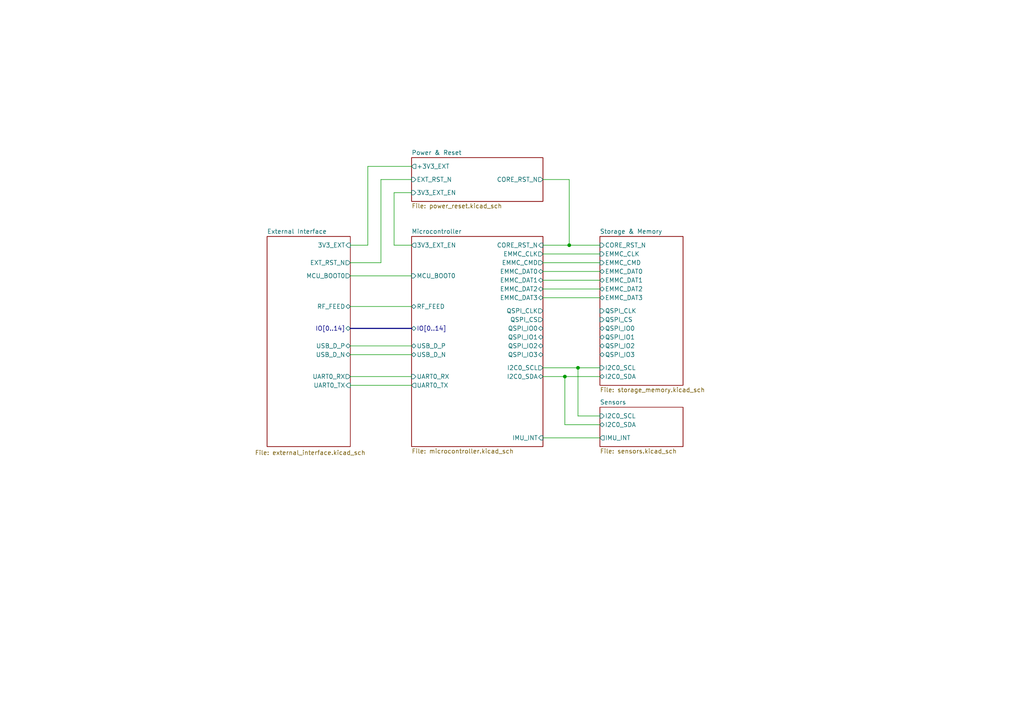
<source format=kicad_sch>
(kicad_sch
	(version 20250114)
	(generator "eeschema")
	(generator_version "9.0")
	(uuid "ae6c47ff-83ae-41df-a139-3450275ddbcf")
	(paper "A4")
	(lib_symbols)
	(junction
		(at 163.83 109.22)
		(diameter 0)
		(color 0 0 0 0)
		(uuid "01f82155-be92-4a73-ae82-965249b9dd43")
	)
	(junction
		(at 167.64 106.68)
		(diameter 0)
		(color 0 0 0 0)
		(uuid "1ee38983-d9cb-418d-9926-6ac9948a5eef")
	)
	(junction
		(at 165.1 71.12)
		(diameter 0)
		(color 0 0 0 0)
		(uuid "c43f57f6-5ad0-4512-a855-abf5767125de")
	)
	(wire
		(pts
			(xy 114.3 55.88) (xy 114.3 71.12)
		)
		(stroke
			(width 0)
			(type default)
		)
		(uuid "09fb805e-4353-4f47-8f67-a3af1001fd09")
	)
	(wire
		(pts
			(xy 173.99 120.65) (xy 167.64 120.65)
		)
		(stroke
			(width 0)
			(type default)
		)
		(uuid "11183e5d-198a-4c0a-b5c5-18ef04193d90")
	)
	(wire
		(pts
			(xy 165.1 52.07) (xy 165.1 71.12)
		)
		(stroke
			(width 0)
			(type default)
		)
		(uuid "26f32402-abf6-4dda-994c-8565d0f82b72")
	)
	(wire
		(pts
			(xy 163.83 109.22) (xy 173.99 109.22)
		)
		(stroke
			(width 0)
			(type default)
		)
		(uuid "279f9a75-76c6-4692-8aba-1ed82e01adfa")
	)
	(bus
		(pts
			(xy 101.6 95.25) (xy 119.38 95.25)
		)
		(stroke
			(width 0)
			(type default)
		)
		(uuid "2e7b0183-266c-4c11-8990-770f4d6d0312")
	)
	(wire
		(pts
			(xy 157.48 78.74) (xy 173.99 78.74)
		)
		(stroke
			(width 0)
			(type default)
		)
		(uuid "3420da60-ac4c-4ff2-8ff7-0a7ec90ea062")
	)
	(wire
		(pts
			(xy 101.6 100.33) (xy 119.38 100.33)
		)
		(stroke
			(width 0)
			(type default)
		)
		(uuid "34cc91d2-17d9-48af-8fd5-6a1d87c9fd82")
	)
	(wire
		(pts
			(xy 101.6 111.76) (xy 119.38 111.76)
		)
		(stroke
			(width 0)
			(type default)
		)
		(uuid "35021a19-d236-4f35-9590-3db935ff2054")
	)
	(wire
		(pts
			(xy 101.6 109.22) (xy 119.38 109.22)
		)
		(stroke
			(width 0)
			(type default)
		)
		(uuid "35781433-38e1-4477-af07-6b1fff1a61eb")
	)
	(wire
		(pts
			(xy 157.48 127) (xy 173.99 127)
		)
		(stroke
			(width 0)
			(type default)
		)
		(uuid "3a3f8f0d-3a46-4a23-9b24-c53586e5ea61")
	)
	(wire
		(pts
			(xy 157.48 83.82) (xy 173.99 83.82)
		)
		(stroke
			(width 0)
			(type default)
		)
		(uuid "40742492-4559-4e9d-8edf-f229b5956018")
	)
	(wire
		(pts
			(xy 167.64 106.68) (xy 167.64 120.65)
		)
		(stroke
			(width 0)
			(type default)
		)
		(uuid "40f3c7e9-5e5d-49a0-ae1d-6221065e8f2d")
	)
	(wire
		(pts
			(xy 165.1 71.12) (xy 173.99 71.12)
		)
		(stroke
			(width 0)
			(type default)
		)
		(uuid "4b310061-3be5-485c-b42f-9a03bf7dd105")
	)
	(wire
		(pts
			(xy 157.48 86.36) (xy 173.99 86.36)
		)
		(stroke
			(width 0)
			(type default)
		)
		(uuid "51a99b48-dd6e-4b34-b734-d66dc03a7be2")
	)
	(wire
		(pts
			(xy 173.99 123.19) (xy 163.83 123.19)
		)
		(stroke
			(width 0)
			(type default)
		)
		(uuid "5aae61ae-1374-4591-8bc3-8fb26dc917e8")
	)
	(wire
		(pts
			(xy 101.6 80.01) (xy 119.38 80.01)
		)
		(stroke
			(width 0)
			(type default)
		)
		(uuid "62ead588-23f6-4c0b-b68e-3fe86edbfeb7")
	)
	(wire
		(pts
			(xy 119.38 48.26) (xy 106.68 48.26)
		)
		(stroke
			(width 0)
			(type default)
		)
		(uuid "64421685-ca39-4e95-a1c5-8c1e556e65cc")
	)
	(wire
		(pts
			(xy 157.48 73.66) (xy 173.99 73.66)
		)
		(stroke
			(width 0)
			(type default)
		)
		(uuid "68144199-e1d6-4ac0-b11b-b27e3f067c34")
	)
	(wire
		(pts
			(xy 110.49 76.2) (xy 101.6 76.2)
		)
		(stroke
			(width 0)
			(type default)
		)
		(uuid "7daeecce-8c89-4f68-9447-633314c61d23")
	)
	(wire
		(pts
			(xy 101.6 102.87) (xy 119.38 102.87)
		)
		(stroke
			(width 0)
			(type default)
		)
		(uuid "921989e0-2817-4fe9-b088-911d56ffaa39")
	)
	(wire
		(pts
			(xy 101.6 88.9) (xy 119.38 88.9)
		)
		(stroke
			(width 0)
			(type default)
		)
		(uuid "9271bf2a-16ed-44ea-b4aa-026a36eee445")
	)
	(wire
		(pts
			(xy 106.68 71.12) (xy 101.6 71.12)
		)
		(stroke
			(width 0)
			(type default)
		)
		(uuid "a975394e-8fbd-4841-8859-6fc7a8e98202")
	)
	(wire
		(pts
			(xy 163.83 109.22) (xy 163.83 123.19)
		)
		(stroke
			(width 0)
			(type default)
		)
		(uuid "b6a425a0-2a18-446d-b9be-83d8d398ee3d")
	)
	(wire
		(pts
			(xy 119.38 52.07) (xy 110.49 52.07)
		)
		(stroke
			(width 0)
			(type default)
		)
		(uuid "ba37ea9b-472c-4378-af44-caa925e716c4")
	)
	(wire
		(pts
			(xy 157.48 52.07) (xy 165.1 52.07)
		)
		(stroke
			(width 0)
			(type default)
		)
		(uuid "bded9861-f76c-424e-b754-6e1977ffdd70")
	)
	(wire
		(pts
			(xy 163.83 109.22) (xy 157.48 109.22)
		)
		(stroke
			(width 0)
			(type default)
		)
		(uuid "c0446222-1f61-4a21-87fd-c0db99b58c0b")
	)
	(wire
		(pts
			(xy 157.48 81.28) (xy 173.99 81.28)
		)
		(stroke
			(width 0)
			(type default)
		)
		(uuid "c7963acd-562e-432b-aa9a-863d3fbded85")
	)
	(wire
		(pts
			(xy 167.64 106.68) (xy 173.99 106.68)
		)
		(stroke
			(width 0)
			(type default)
		)
		(uuid "c83f83a6-74ce-446d-9553-f1a856164bc2")
	)
	(wire
		(pts
			(xy 106.68 48.26) (xy 106.68 71.12)
		)
		(stroke
			(width 0)
			(type default)
		)
		(uuid "cad36698-d9cd-46da-b5de-f337b237ea2d")
	)
	(wire
		(pts
			(xy 157.48 106.68) (xy 167.64 106.68)
		)
		(stroke
			(width 0)
			(type default)
		)
		(uuid "cb08a21d-bd87-4086-893e-1f149c1b2045")
	)
	(wire
		(pts
			(xy 114.3 71.12) (xy 119.38 71.12)
		)
		(stroke
			(width 0)
			(type default)
		)
		(uuid "cb7cd4e5-91ab-42c5-88d4-8765a5ac1788")
	)
	(wire
		(pts
			(xy 157.48 71.12) (xy 165.1 71.12)
		)
		(stroke
			(width 0)
			(type default)
		)
		(uuid "e19856e4-f3fc-42a8-8043-a3b403f65d7f")
	)
	(wire
		(pts
			(xy 157.48 76.2) (xy 173.99 76.2)
		)
		(stroke
			(width 0)
			(type default)
		)
		(uuid "e8ae4106-b807-4e0c-a917-03b8d9e5a85c")
	)
	(wire
		(pts
			(xy 119.38 55.88) (xy 114.3 55.88)
		)
		(stroke
			(width 0)
			(type default)
		)
		(uuid "eaff84b9-5718-4acd-9e0c-5907e055e2b8")
	)
	(wire
		(pts
			(xy 110.49 52.07) (xy 110.49 76.2)
		)
		(stroke
			(width 0)
			(type default)
		)
		(uuid "f3af896e-503e-4bc9-ac35-1cc02f9affc1")
	)
	(sheet
		(at 173.99 68.58)
		(size 24.13 43.18)
		(exclude_from_sim no)
		(in_bom yes)
		(on_board yes)
		(dnp no)
		(fields_autoplaced yes)
		(stroke
			(width 0.1524)
			(type solid)
		)
		(fill
			(color 0 0 0 0.0000)
		)
		(uuid "7a8aa518-8f0e-4112-8e41-9b254214ac34")
		(property "Sheetname" "Storage & Memory"
			(at 173.99 67.8684 0)
			(effects
				(font
					(size 1.27 1.27)
				)
				(justify left bottom)
			)
		)
		(property "Sheetfile" "storage_memory.kicad_sch"
			(at 173.99 112.3446 0)
			(effects
				(font
					(size 1.27 1.27)
				)
				(justify left top)
			)
		)
		(pin "CORE_RST_N" input
			(at 173.99 71.12 180)
			(uuid "0bbfddf9-8f76-496c-ae4c-328f7b1504f0")
			(effects
				(font
					(size 1.27 1.27)
				)
				(justify left)
			)
		)
		(pin "EMMC_CLK" input
			(at 173.99 73.66 180)
			(uuid "555674c5-b9f9-4369-845b-6223b6732de4")
			(effects
				(font
					(size 1.27 1.27)
				)
				(justify left)
			)
		)
		(pin "EMMC_CMD" input
			(at 173.99 76.2 180)
			(uuid "9304166f-fc7d-4860-8f28-5395eefa9a25")
			(effects
				(font
					(size 1.27 1.27)
				)
				(justify left)
			)
		)
		(pin "EMMC_DAT0" bidirectional
			(at 173.99 78.74 180)
			(uuid "c3b2330d-1ae1-44b6-a1e4-70889400cb18")
			(effects
				(font
					(size 1.27 1.27)
				)
				(justify left)
			)
		)
		(pin "EMMC_DAT1" bidirectional
			(at 173.99 81.28 180)
			(uuid "8d384494-dc7b-4f4b-8c69-28a2e617135d")
			(effects
				(font
					(size 1.27 1.27)
				)
				(justify left)
			)
		)
		(pin "EMMC_DAT2" bidirectional
			(at 173.99 83.82 180)
			(uuid "7ab97e51-7d52-4a29-a364-6f2608240d84")
			(effects
				(font
					(size 1.27 1.27)
				)
				(justify left)
			)
		)
		(pin "EMMC_DAT3" bidirectional
			(at 173.99 86.36 180)
			(uuid "96f4ca0a-54d2-40de-aa38-23a16284af42")
			(effects
				(font
					(size 1.27 1.27)
				)
				(justify left)
			)
		)
		(pin "I2C0_SCL" input
			(at 173.99 106.68 180)
			(uuid "0d69044d-8841-44ff-9beb-8980febfebfc")
			(effects
				(font
					(size 1.27 1.27)
				)
				(justify left)
			)
		)
		(pin "I2C0_SDA" bidirectional
			(at 173.99 109.22 180)
			(uuid "d04a48f2-8b87-489d-800d-4d9ba5f11408")
			(effects
				(font
					(size 1.27 1.27)
				)
				(justify left)
			)
		)
		(pin "QSPI_CLK" input
			(at 173.99 90.17 180)
			(uuid "9a898d1f-adb1-4f58-9d48-a6418852ade1")
			(effects
				(font
					(size 1.27 1.27)
				)
				(justify left)
			)
		)
		(pin "QSPI_CS" input
			(at 173.99 92.71 180)
			(uuid "26380cd4-a0e4-406d-b66f-a3e194be187e")
			(effects
				(font
					(size 1.27 1.27)
				)
				(justify left)
			)
		)
		(pin "QSPI_IO0" bidirectional
			(at 173.99 95.25 180)
			(uuid "18c67983-c35c-43b0-aca3-758bb7a28d1b")
			(effects
				(font
					(size 1.27 1.27)
				)
				(justify left)
			)
		)
		(pin "QSPI_IO1" bidirectional
			(at 173.99 97.79 180)
			(uuid "51edfe1f-0e54-499c-a77a-7d95141c8007")
			(effects
				(font
					(size 1.27 1.27)
				)
				(justify left)
			)
		)
		(pin "QSPI_IO2" bidirectional
			(at 173.99 100.33 180)
			(uuid "6d86b680-dacb-4fc3-86a3-8220f2cb4256")
			(effects
				(font
					(size 1.27 1.27)
				)
				(justify left)
			)
		)
		(pin "QSPI_IO3" bidirectional
			(at 173.99 102.87 180)
			(uuid "fb9a6b79-4cbb-453c-90d4-7b7c7a490490")
			(effects
				(font
					(size 1.27 1.27)
				)
				(justify left)
			)
		)
		(instances
			(project "ProtoCore_v1"
				(path "/ae6c47ff-83ae-41df-a139-3450275ddbcf"
					(page "4")
				)
			)
		)
	)
	(sheet
		(at 119.38 68.58)
		(size 38.1 60.96)
		(exclude_from_sim no)
		(in_bom yes)
		(on_board yes)
		(dnp no)
		(fields_autoplaced yes)
		(stroke
			(width 0.1524)
			(type solid)
		)
		(fill
			(color 0 0 0 0.0000)
		)
		(uuid "899f74a3-7d6c-440e-82d2-b26fcc262566")
		(property "Sheetname" "Microcontroller"
			(at 119.38 67.8684 0)
			(effects
				(font
					(size 1.27 1.27)
				)
				(justify left bottom)
			)
		)
		(property "Sheetfile" "microcontroller.kicad_sch"
			(at 119.38 130.1246 0)
			(effects
				(font
					(size 1.27 1.27)
				)
				(justify left top)
			)
		)
		(pin "CORE_RST_N" input
			(at 157.48 71.12 0)
			(uuid "1e392cc5-0d85-4d13-84c9-2ac5451ba851")
			(effects
				(font
					(size 1.27 1.27)
				)
				(justify right)
			)
		)
		(pin "EMMC_CLK" output
			(at 157.48 73.66 0)
			(uuid "b04dffa2-f681-4b96-bdd4-af88c26fe860")
			(effects
				(font
					(size 1.27 1.27)
				)
				(justify right)
			)
		)
		(pin "EMMC_CMD" output
			(at 157.48 76.2 0)
			(uuid "b6e8afe2-c92d-4f69-89b9-a473a5ce8cc2")
			(effects
				(font
					(size 1.27 1.27)
				)
				(justify right)
			)
		)
		(pin "EMMC_DAT0" bidirectional
			(at 157.48 78.74 0)
			(uuid "b6e8a93c-0b37-4491-bef4-daae365f89ff")
			(effects
				(font
					(size 1.27 1.27)
				)
				(justify right)
			)
		)
		(pin "EMMC_DAT1" bidirectional
			(at 157.48 81.28 0)
			(uuid "511d11ff-6cbb-404a-ad3e-66d89e669c4d")
			(effects
				(font
					(size 1.27 1.27)
				)
				(justify right)
			)
		)
		(pin "EMMC_DAT2" bidirectional
			(at 157.48 83.82 0)
			(uuid "e5bf4cae-eb50-48a2-b759-5f5217037899")
			(effects
				(font
					(size 1.27 1.27)
				)
				(justify right)
			)
		)
		(pin "EMMC_DAT3" bidirectional
			(at 157.48 86.36 0)
			(uuid "1134b724-4f88-47a9-bcb8-d35789b7ae37")
			(effects
				(font
					(size 1.27 1.27)
				)
				(justify right)
			)
		)
		(pin "I2C0_SCL" output
			(at 157.48 106.68 0)
			(uuid "688501ea-c59e-491e-af30-b00d72be01ea")
			(effects
				(font
					(size 1.27 1.27)
				)
				(justify right)
			)
		)
		(pin "I2C0_SDA" bidirectional
			(at 157.48 109.22 0)
			(uuid "e3f415da-2d88-48e5-ad3a-3e774f6d56fa")
			(effects
				(font
					(size 1.27 1.27)
				)
				(justify right)
			)
		)
		(pin "IMU_INT" input
			(at 157.48 127 0)
			(uuid "efc15f09-4077-4fe0-8eb5-b5b580c2cb90")
			(effects
				(font
					(size 1.27 1.27)
				)
				(justify right)
			)
		)
		(pin "IO[0..14]" bidirectional
			(at 119.38 95.25 180)
			(uuid "457052d1-a455-4578-b74f-7039c6663e03")
			(effects
				(font
					(size 1.27 1.27)
				)
				(justify left)
			)
		)
		(pin "MCU_BOOT0" input
			(at 119.38 80.01 180)
			(uuid "e8aaf1e2-7742-434e-9188-9e8685c5dfcd")
			(effects
				(font
					(size 1.27 1.27)
				)
				(justify left)
			)
		)
		(pin "QSPI_CLK" output
			(at 157.48 90.17 0)
			(uuid "ced1b552-4562-468a-b154-a7cbd6ec0a88")
			(effects
				(font
					(size 1.27 1.27)
				)
				(justify right)
			)
		)
		(pin "QSPI_CS" output
			(at 157.48 92.71 0)
			(uuid "87dc29f9-185f-4aca-9348-803bc422e01a")
			(effects
				(font
					(size 1.27 1.27)
				)
				(justify right)
			)
		)
		(pin "QSPI_IO0" bidirectional
			(at 157.48 95.25 0)
			(uuid "3f315bba-0012-45d1-8787-8e82a1839c26")
			(effects
				(font
					(size 1.27 1.27)
				)
				(justify right)
			)
		)
		(pin "QSPI_IO1" bidirectional
			(at 157.48 97.79 0)
			(uuid "6418de02-cb86-448b-ba8b-adcea7aade3c")
			(effects
				(font
					(size 1.27 1.27)
				)
				(justify right)
			)
		)
		(pin "QSPI_IO2" bidirectional
			(at 157.48 100.33 0)
			(uuid "04972294-6479-4f49-a644-f85024a571d9")
			(effects
				(font
					(size 1.27 1.27)
				)
				(justify right)
			)
		)
		(pin "QSPI_IO3" bidirectional
			(at 157.48 102.87 0)
			(uuid "94d3e3b3-9f86-4bff-a793-6674ef99e522")
			(effects
				(font
					(size 1.27 1.27)
				)
				(justify right)
			)
		)
		(pin "RF_FEED" bidirectional
			(at 119.38 88.9 180)
			(uuid "4e600568-efb2-486f-8c7a-42e754c87ba5")
			(effects
				(font
					(size 1.27 1.27)
				)
				(justify left)
			)
		)
		(pin "UART0_RX" input
			(at 119.38 109.22 180)
			(uuid "758462b6-c3fd-40df-8352-5d177a6c41e1")
			(effects
				(font
					(size 1.27 1.27)
				)
				(justify left)
			)
		)
		(pin "UART0_TX" output
			(at 119.38 111.76 180)
			(uuid "04e89203-b1c1-4e63-aedc-775cbc231620")
			(effects
				(font
					(size 1.27 1.27)
				)
				(justify left)
			)
		)
		(pin "USB_D_N" bidirectional
			(at 119.38 102.87 180)
			(uuid "f5748187-7d0c-4afb-ad3b-6b71ae0c2d1a")
			(effects
				(font
					(size 1.27 1.27)
				)
				(justify left)
			)
		)
		(pin "USB_D_P" bidirectional
			(at 119.38 100.33 180)
			(uuid "c398bbb8-cc31-4ac7-aaa1-2b59482e8bbb")
			(effects
				(font
					(size 1.27 1.27)
				)
				(justify left)
			)
		)
		(pin "3V3_EXT_EN" output
			(at 119.38 71.12 180)
			(uuid "fa26b9db-76bd-4d5e-ac8b-2fd1ea3b8c6e")
			(effects
				(font
					(size 1.27 1.27)
				)
				(justify left)
			)
		)
		(instances
			(project "ProtoCore_v1"
				(path "/ae6c47ff-83ae-41df-a139-3450275ddbcf"
					(page "3")
				)
			)
		)
	)
	(sheet
		(at 119.38 45.72)
		(size 38.1 12.7)
		(exclude_from_sim no)
		(in_bom yes)
		(on_board yes)
		(dnp no)
		(fields_autoplaced yes)
		(stroke
			(width 0.1524)
			(type solid)
		)
		(fill
			(color 0 0 0 0.0000)
		)
		(uuid "a080e51b-9a82-45fc-8b4a-f4aa9f7523ed")
		(property "Sheetname" "Power & Reset"
			(at 119.38 45.0084 0)
			(effects
				(font
					(size 1.27 1.27)
				)
				(justify left bottom)
			)
		)
		(property "Sheetfile" "power_reset.kicad_sch"
			(at 119.38 59.0046 0)
			(effects
				(font
					(size 1.27 1.27)
				)
				(justify left top)
			)
		)
		(pin "+3V3_EXT" output
			(at 119.38 48.26 180)
			(uuid "2a9d0c33-3a66-430d-9c68-23826877f3a6")
			(effects
				(font
					(size 1.27 1.27)
				)
				(justify left)
			)
		)
		(pin "3V3_EXT_EN" input
			(at 119.38 55.88 180)
			(uuid "28ea0ff1-0bd4-4a9f-9d6c-a6bc4103d72b")
			(effects
				(font
					(size 1.27 1.27)
				)
				(justify left)
			)
		)
		(pin "CORE_RST_N" output
			(at 157.48 52.07 0)
			(uuid "2e7a7b4e-47c3-4469-9469-261a6771c939")
			(effects
				(font
					(size 1.27 1.27)
				)
				(justify right)
			)
		)
		(pin "EXT_RST_N" input
			(at 119.38 52.07 180)
			(uuid "fa1cee20-27a9-463f-80ee-4e3199df7b5a")
			(effects
				(font
					(size 1.27 1.27)
				)
				(justify left)
			)
		)
		(instances
			(project "ProtoCore_v1"
				(path "/ae6c47ff-83ae-41df-a139-3450275ddbcf"
					(page "2")
				)
			)
		)
	)
	(sheet
		(at 77.47 68.58)
		(size 24.13 60.96)
		(exclude_from_sim no)
		(in_bom yes)
		(on_board yes)
		(dnp no)
		(stroke
			(width 0.1524)
			(type solid)
		)
		(fill
			(color 0 0 0 0.0000)
		)
		(uuid "d3bf6d7b-85f7-4b08-b3b3-bc832127cb84")
		(property "Sheetname" "External Interface"
			(at 77.47 67.8684 0)
			(effects
				(font
					(size 1.27 1.27)
				)
				(justify left bottom)
			)
		)
		(property "Sheetfile" "external_interface.kicad_sch"
			(at 73.914 130.556 0)
			(effects
				(font
					(size 1.27 1.27)
				)
				(justify left top)
			)
		)
		(pin "3V3_EXT" input
			(at 101.6 71.12 0)
			(uuid "cc18ba12-144a-4fd9-a1ee-ca1f4dae5a40")
			(effects
				(font
					(size 1.27 1.27)
				)
				(justify right)
			)
		)
		(pin "IO[0..14]" bidirectional
			(at 101.6 95.25 0)
			(uuid "90532189-a3f8-4df6-ad68-990c03ac132a")
			(effects
				(font
					(size 1.27 1.27)
				)
				(justify right)
			)
		)
		(pin "EXT_RST_N" output
			(at 101.6 76.2 0)
			(uuid "fdc7705b-2560-4d22-b7d6-95dba0d9af05")
			(effects
				(font
					(size 1.27 1.27)
				)
				(justify right)
			)
		)
		(pin "RF_FEED" bidirectional
			(at 101.6 88.9 0)
			(uuid "ac9d846d-ebb1-4097-a89b-76d181b7861b")
			(effects
				(font
					(size 1.27 1.27)
				)
				(justify right)
			)
		)
		(pin "UART0_RX" output
			(at 101.6 109.22 0)
			(uuid "42733cb1-7efe-445b-ba99-236475a0696a")
			(effects
				(font
					(size 1.27 1.27)
				)
				(justify right)
			)
		)
		(pin "UART0_TX" input
			(at 101.6 111.76 0)
			(uuid "253b2d97-8b15-4532-b43d-756edbb39ba3")
			(effects
				(font
					(size 1.27 1.27)
				)
				(justify right)
			)
		)
		(pin "USB_D_N" bidirectional
			(at 101.6 102.87 0)
			(uuid "0ab1ce53-6942-4a7b-bd80-6fee92ab641c")
			(effects
				(font
					(size 1.27 1.27)
				)
				(justify right)
			)
		)
		(pin "USB_D_P" bidirectional
			(at 101.6 100.33 0)
			(uuid "ed1c977e-933e-4a14-af7c-3c9c0b44bca6")
			(effects
				(font
					(size 1.27 1.27)
				)
				(justify right)
			)
		)
		(pin "MCU_BOOT0" output
			(at 101.6 80.01 0)
			(uuid "2d483459-61d6-4fea-a7d2-6bfeee024814")
			(effects
				(font
					(size 1.27 1.27)
				)
				(justify right)
			)
		)
		(instances
			(project "ProtoCore_v1"
				(path "/ae6c47ff-83ae-41df-a139-3450275ddbcf"
					(page "6")
				)
			)
		)
	)
	(sheet
		(at 173.99 118.11)
		(size 24.13 11.43)
		(exclude_from_sim no)
		(in_bom yes)
		(on_board yes)
		(dnp no)
		(fields_autoplaced yes)
		(stroke
			(width 0.1524)
			(type solid)
		)
		(fill
			(color 0 0 0 0.0000)
		)
		(uuid "d6fc0587-fc81-4074-bea9-25e585134460")
		(property "Sheetname" "Sensors"
			(at 173.99 117.3984 0)
			(effects
				(font
					(size 1.27 1.27)
				)
				(justify left bottom)
			)
		)
		(property "Sheetfile" "sensors.kicad_sch"
			(at 173.99 130.1246 0)
			(effects
				(font
					(size 1.27 1.27)
				)
				(justify left top)
			)
		)
		(pin "I2C0_SCL" input
			(at 173.99 120.65 180)
			(uuid "9e0f9200-f7be-4210-915b-513376ec9530")
			(effects
				(font
					(size 1.27 1.27)
				)
				(justify left)
			)
		)
		(pin "I2C0_SDA" bidirectional
			(at 173.99 123.19 180)
			(uuid "0bd1a2f6-ac64-4059-990b-d0933ec2470a")
			(effects
				(font
					(size 1.27 1.27)
				)
				(justify left)
			)
		)
		(pin "IMU_INT" output
			(at 173.99 127 180)
			(uuid "7cfd4b02-7045-4625-8e50-7cbc8d4b7345")
			(effects
				(font
					(size 1.27 1.27)
				)
				(justify left)
			)
		)
		(instances
			(project "ProtoCore_v1"
				(path "/ae6c47ff-83ae-41df-a139-3450275ddbcf"
					(page "5")
				)
			)
		)
	)
	(sheet_instances
		(path "/"
			(page "1")
		)
	)
	(embedded_fonts no)
)

</source>
